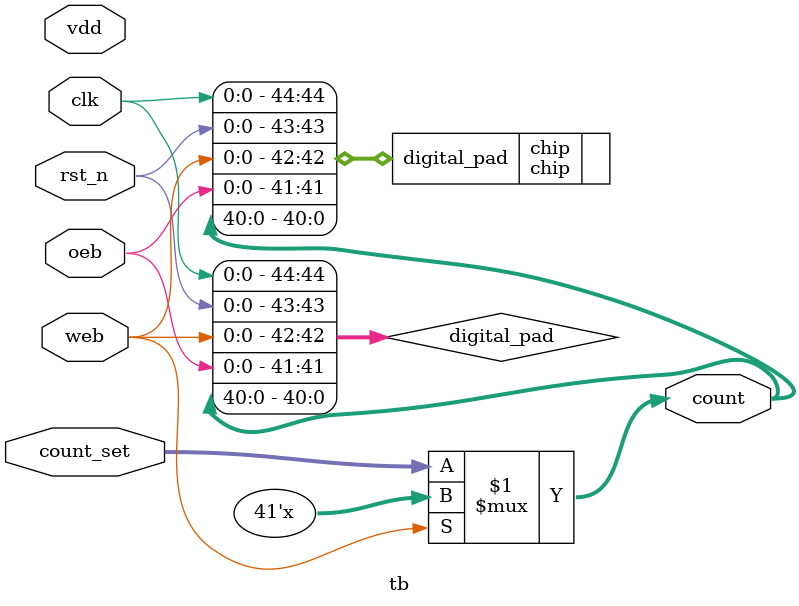
<source format=v>
`default_nettype none
`timescale 1ns/1ps

module tb (
	input clk,
	input rst_n,
	input vdd,
	input oeb,
	input web,
	output [40:0] count,
	input [40:0] count_set
);

initial begin
	$dumpfile ("tb.vcd");
	$dumpvars (0, tb);
	#1;
end

wire [44:0] digital_pad;
assign digital_pad[41] = oeb;
assign digital_pad[42] = web;
assign digital_pad[43] = rst_n;
assign digital_pad[44] = clk;
assign count = digital_pad[40:0];
assign digital_pad[40:0] = web ? 41'hzzzzzzzzzzz : count_set;

chip chip(
`ifdef USE_POWER_PINS
	.power_pad_vdd({9{vdd}}),
	.power_pad_vss(9'h00),
`endif
	.digital_pad(digital_pad)
);

endmodule

</source>
